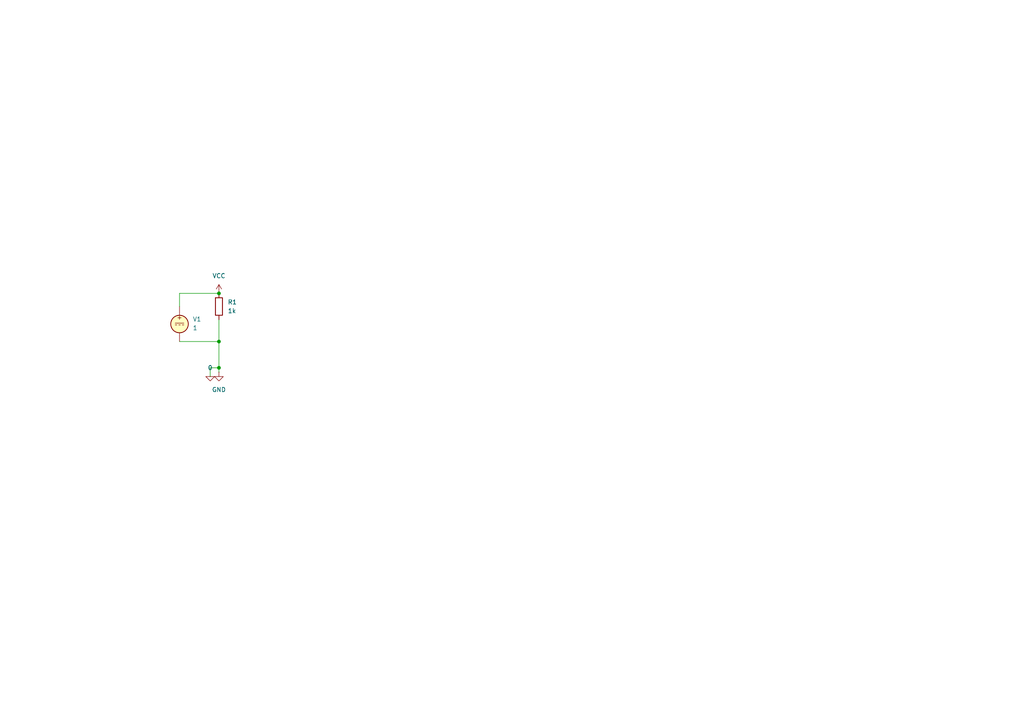
<source format=kicad_sch>
(kicad_sch (version 20250114) (generator "eeschema") (generator_version "9.0")
  (paper "A4")
  (lib_symbols
    (symbol "Device:R" (pin_numbers (hide yes)) (pin_names (offset 0))
      (property "Reference" "R" (at 2.032 0 90))
      (property "Value" "R" (at 0 0 90))
      (symbol "R_0_1"
        (rectangle (start -1.016 -2.54) (end 1.016 2.54) (stroke (width 0.254)))
      )
      (symbol "R_1_1"
        (pin passive line (at 0 3.81 270) (length 1.27) (name "~") (number "1"))
        (pin passive line (at 0 -3.81 90) (length 1.27) (name "~") (number "2"))
      )
    )
    (symbol "Simulation_SPICE:0" (power) (pin_numbers (hide yes)) (pin_names (offset 0) (hide yes))
      (property "Value" "0" (at 0 -2.54 0))
      (symbol "0_0_1"
        (polyline (pts (xy -1.27 0) (xy 0 -1.27) (xy 1.27 0) (xy -1.27 0)))
      )
      (symbol "0_1_1"
        (pin power_in line (at 0 0 0) (length 0) (name "~") (number "1"))
      )
    )
    (symbol "Simulation_SPICE:VDC" (pin_numbers (hide yes)) (pin_names (offset 0.0254))
      (property "Reference" "V" (at 2.54 2.54 0))
      (property "Value" "1" (at 2.54 0 0))
      (symbol "VDC_0_0"
        (polyline (pts (xy -1.27 0.254) (xy 1.27 0.254)))
        (polyline (pts (xy -0.762 -0.254) (xy -1.27 -0.254)))
        (polyline (pts (xy 0.254 -0.254) (xy -0.254 -0.254)))
        (polyline (pts (xy 1.27 -0.254) (xy 0.762 -0.254)))
        (text "+" (at 0 1.905 0) (effects (font (size 1.27 1.27))))
      )
      (symbol "VDC_0_1"
        (circle (center 0 0) (radius 2.54) (stroke (width 0.254)) (fill (type background)))
      )
      (symbol "VDC_1_1"
        (pin passive line (at 0 5.08 270) (length 2.54) (name "~") (number "1"))
        (pin passive line (at 0 -5.08 90) (length 2.54) (name "~") (number "2"))
      )
    )
    (symbol "power:GND" (power) (pin_numbers (hide yes)) (pin_names (offset 0) (hide yes))
      (property "Value" "GND" (at 0 -3.81 0))
      (symbol "GND_0_1"
        (polyline (pts (xy 0 0) (xy 0 -1.27) (xy 1.27 -1.27) (xy 0 -2.54) (xy -1.27 -1.27) (xy 0 -1.27)))
      )
      (symbol "GND_1_1"
        (pin power_in line (at 0 0 270) (length 0) (name "~") (number "1"))
      )
    )
    (symbol "power:VCC" (power) (pin_numbers (hide yes)) (pin_names (offset 0) (hide yes))
      (property "Value" "VCC" (at 0 3.556 0))
      (symbol "VCC_0_1"
        (polyline (pts (xy -0.762 1.27) (xy 0 2.54)))
        (polyline (pts (xy 0 2.54) (xy 0.762 1.27)))
        (polyline (pts (xy 0 0) (xy 0 2.54)))
      )
      (symbol "VCC_1_1"
        (pin power_in line (at 0 0 90) (length 0) (name "~") (number "1"))
      )
    )
  )
  (junction (at 63.5 85.09))
  (junction (at 63.5 99.06))
  (junction (at 63.5 106.68))
  (wire (pts (xy 52.07 99.06) (xy 63.5 99.06)))
  (wire (pts (xy 60.96 109.22) (xy 60.96 106.68)))
  (wire (pts (xy 63.5 92.71) (xy 63.5 99.06)))
  (wire (pts (xy 60.96 106.68) (xy 63.5 106.68)))
  (wire (pts (xy 52.07 85.09) (xy 63.5 85.09)))
  (wire (pts (xy 52.07 88.9) (xy 52.07 85.09)))
  (wire (pts (xy 63.5 106.68) (xy 63.5 107.95)))
  (wire (pts (xy 63.5 99.06) (xy 63.5 106.68)))
  (symbol (lib_id "Simulation_SPICE:0") (at 60.96 109.22 0) (unit 1)
    (property "Reference" "#GND01" (effects (hide yes)))
    (property "Value" "0" (at 60.96 106.68 0))
    (property "Datasheet" "https://ngspice.sourceforge.io/docs/ngspice-html-manual/manual.xhtml#subsec_Circuit_elements__device" (effects (hide yes)))
    (property "Description" "0V reference potential for simulation" (effects (hide yes)))
  )
  (symbol (lib_id "Simulation_SPICE:VDC") (at 52.07 93.98 0) (unit 1)
    (property "Reference" "V1" (at 55.88 92.5801 0) (effects (justify left)))
    (property "Value" "1" (at 55.88 95.1201 0) (effects (justify left)))
    (property "Datasheet" "https://ngspice.sourceforge.io/docs/ngspice-html-manual/manual.xhtml#sec_Independent_Sources_for" (effects (hide yes)))
    (property "Description" "Voltage source, DC" (effects (hide yes)))
    (property "Sim.Pins" "1=+ 2=-" (effects (hide yes)))
    (property "Sim.Type" "DC" (effects (hide yes)))
    (property "Sim.Device" "V" (effects (hide yes)))
  )
  (symbol (lib_id "power:VCC") (at 63.5 85.09 0) (unit 1)
    (property "Reference" "#PWR01" (effects (hide yes)))
    (property "Value" "VCC" (at 63.5 80.01 0))
    (property "Description" "Power symbol creates a global label with name \"VCC\"" (effects (hide yes)))
  )
  (symbol (lib_id "Device:R") (at 63.5 88.9 0) (unit 1)
    (property "Reference" "R1" (at 66.04 87.6299 0) (effects (justify left)))
    (property "Value" "1k" (at 66.04 90.1699 0) (effects (justify left)))
    (property "Footprint" "Resistor_THT:R_Axial_DIN0204_L3.6mm_D1.6mm_P5.08mm_Vertical" (effects (hide yes)))
    (property "Description" "Resistor" (effects (hide yes)))
  )
  (symbol (lib_id "power:GND") (at 63.5 107.95 0) (unit 1)
    (property "Reference" "#PWR02" (effects (hide yes)))
    (property "Value" "GND" (at 63.5 113.03 0))
    (property "Description" "Power symbol creates a global label with name \"GND\" , ground" (effects (hide yes)))
  )
)
</source>
